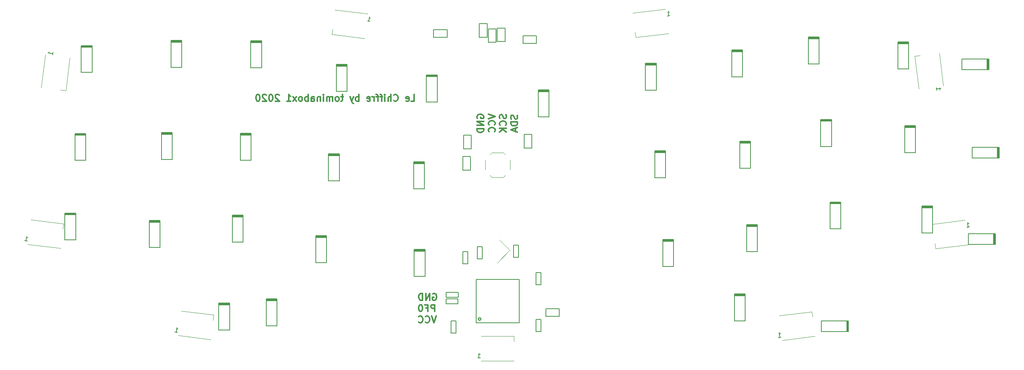
<source format=gbr>
G04 #@! TF.GenerationSoftware,KiCad,Pcbnew,(5.1.10-1-10_14)*
G04 #@! TF.CreationDate,2021-09-21T06:26:05-05:00*
G04 #@! TF.ProjectId,LeChiffre,4c654368-6966-4667-9265-2e6b69636164,rev?*
G04 #@! TF.SameCoordinates,Original*
G04 #@! TF.FileFunction,Legend,Bot*
G04 #@! TF.FilePolarity,Positive*
%FSLAX46Y46*%
G04 Gerber Fmt 4.6, Leading zero omitted, Abs format (unit mm)*
G04 Created by KiCad (PCBNEW (5.1.10-1-10_14)) date 2021-09-21 06:26:05*
%MOMM*%
%LPD*%
G01*
G04 APERTURE LIST*
%ADD10C,0.300000*%
%ADD11C,0.120000*%
%ADD12C,0.200000*%
%ADD13C,0.203200*%
%ADD14C,0.254000*%
%ADD15C,0.150000*%
G04 APERTURE END LIST*
D10*
X118791428Y-63268571D02*
X119505714Y-63268571D01*
X119505714Y-61768571D01*
X117720000Y-63197142D02*
X117862857Y-63268571D01*
X118148571Y-63268571D01*
X118291428Y-63197142D01*
X118362857Y-63054285D01*
X118362857Y-62482857D01*
X118291428Y-62340000D01*
X118148571Y-62268571D01*
X117862857Y-62268571D01*
X117720000Y-62340000D01*
X117648571Y-62482857D01*
X117648571Y-62625714D01*
X118362857Y-62768571D01*
X115005714Y-63125714D02*
X115077142Y-63197142D01*
X115291428Y-63268571D01*
X115434285Y-63268571D01*
X115648571Y-63197142D01*
X115791428Y-63054285D01*
X115862857Y-62911428D01*
X115934285Y-62625714D01*
X115934285Y-62411428D01*
X115862857Y-62125714D01*
X115791428Y-61982857D01*
X115648571Y-61840000D01*
X115434285Y-61768571D01*
X115291428Y-61768571D01*
X115077142Y-61840000D01*
X115005714Y-61911428D01*
X114362857Y-63268571D02*
X114362857Y-61768571D01*
X113720000Y-63268571D02*
X113720000Y-62482857D01*
X113791428Y-62340000D01*
X113934285Y-62268571D01*
X114148571Y-62268571D01*
X114291428Y-62340000D01*
X114362857Y-62411428D01*
X113005714Y-63268571D02*
X113005714Y-62268571D01*
X113005714Y-61768571D02*
X113077142Y-61840000D01*
X113005714Y-61911428D01*
X112934285Y-61840000D01*
X113005714Y-61768571D01*
X113005714Y-61911428D01*
X112505714Y-62268571D02*
X111934285Y-62268571D01*
X112291428Y-63268571D02*
X112291428Y-61982857D01*
X112220000Y-61840000D01*
X112077142Y-61768571D01*
X111934285Y-61768571D01*
X111648571Y-62268571D02*
X111077142Y-62268571D01*
X111434285Y-63268571D02*
X111434285Y-61982857D01*
X111362857Y-61840000D01*
X111220000Y-61768571D01*
X111077142Y-61768571D01*
X110577142Y-63268571D02*
X110577142Y-62268571D01*
X110577142Y-62554285D02*
X110505714Y-62411428D01*
X110434285Y-62340000D01*
X110291428Y-62268571D01*
X110148571Y-62268571D01*
X109077142Y-63197142D02*
X109220000Y-63268571D01*
X109505714Y-63268571D01*
X109648571Y-63197142D01*
X109720000Y-63054285D01*
X109720000Y-62482857D01*
X109648571Y-62340000D01*
X109505714Y-62268571D01*
X109220000Y-62268571D01*
X109077142Y-62340000D01*
X109005714Y-62482857D01*
X109005714Y-62625714D01*
X109720000Y-62768571D01*
X107220000Y-63268571D02*
X107220000Y-61768571D01*
X107220000Y-62340000D02*
X107077142Y-62268571D01*
X106791428Y-62268571D01*
X106648571Y-62340000D01*
X106577142Y-62411428D01*
X106505714Y-62554285D01*
X106505714Y-62982857D01*
X106577142Y-63125714D01*
X106648571Y-63197142D01*
X106791428Y-63268571D01*
X107077142Y-63268571D01*
X107220000Y-63197142D01*
X106005714Y-62268571D02*
X105648571Y-63268571D01*
X105291428Y-62268571D02*
X105648571Y-63268571D01*
X105791428Y-63625714D01*
X105862857Y-63697142D01*
X106005714Y-63768571D01*
X103791428Y-62268571D02*
X103220000Y-62268571D01*
X103577142Y-61768571D02*
X103577142Y-63054285D01*
X103505714Y-63197142D01*
X103362857Y-63268571D01*
X103220000Y-63268571D01*
X102505714Y-63268571D02*
X102648571Y-63197142D01*
X102720000Y-63125714D01*
X102791428Y-62982857D01*
X102791428Y-62554285D01*
X102720000Y-62411428D01*
X102648571Y-62340000D01*
X102505714Y-62268571D01*
X102291428Y-62268571D01*
X102148571Y-62340000D01*
X102077142Y-62411428D01*
X102005714Y-62554285D01*
X102005714Y-62982857D01*
X102077142Y-63125714D01*
X102148571Y-63197142D01*
X102291428Y-63268571D01*
X102505714Y-63268571D01*
X101362857Y-63268571D02*
X101362857Y-62268571D01*
X101362857Y-62411428D02*
X101291428Y-62340000D01*
X101148571Y-62268571D01*
X100934285Y-62268571D01*
X100791428Y-62340000D01*
X100720000Y-62482857D01*
X100720000Y-63268571D01*
X100720000Y-62482857D02*
X100648571Y-62340000D01*
X100505714Y-62268571D01*
X100291428Y-62268571D01*
X100148571Y-62340000D01*
X100077142Y-62482857D01*
X100077142Y-63268571D01*
X99362857Y-63268571D02*
X99362857Y-62268571D01*
X99362857Y-61768571D02*
X99434285Y-61840000D01*
X99362857Y-61911428D01*
X99291428Y-61840000D01*
X99362857Y-61768571D01*
X99362857Y-61911428D01*
X98648571Y-62268571D02*
X98648571Y-63268571D01*
X98648571Y-62411428D02*
X98577142Y-62340000D01*
X98434285Y-62268571D01*
X98220000Y-62268571D01*
X98077142Y-62340000D01*
X98005714Y-62482857D01*
X98005714Y-63268571D01*
X96648571Y-63268571D02*
X96648571Y-62482857D01*
X96720000Y-62340000D01*
X96862857Y-62268571D01*
X97148571Y-62268571D01*
X97291428Y-62340000D01*
X96648571Y-63197142D02*
X96791428Y-63268571D01*
X97148571Y-63268571D01*
X97291428Y-63197142D01*
X97362857Y-63054285D01*
X97362857Y-62911428D01*
X97291428Y-62768571D01*
X97148571Y-62697142D01*
X96791428Y-62697142D01*
X96648571Y-62625714D01*
X95934285Y-63268571D02*
X95934285Y-61768571D01*
X95934285Y-62340000D02*
X95791428Y-62268571D01*
X95505714Y-62268571D01*
X95362857Y-62340000D01*
X95291428Y-62411428D01*
X95220000Y-62554285D01*
X95220000Y-62982857D01*
X95291428Y-63125714D01*
X95362857Y-63197142D01*
X95505714Y-63268571D01*
X95791428Y-63268571D01*
X95934285Y-63197142D01*
X94362857Y-63268571D02*
X94505714Y-63197142D01*
X94577142Y-63125714D01*
X94648571Y-62982857D01*
X94648571Y-62554285D01*
X94577142Y-62411428D01*
X94505714Y-62340000D01*
X94362857Y-62268571D01*
X94148571Y-62268571D01*
X94005714Y-62340000D01*
X93934285Y-62411428D01*
X93862857Y-62554285D01*
X93862857Y-62982857D01*
X93934285Y-63125714D01*
X94005714Y-63197142D01*
X94148571Y-63268571D01*
X94362857Y-63268571D01*
X93362857Y-63268571D02*
X92577142Y-62268571D01*
X93362857Y-62268571D02*
X92577142Y-63268571D01*
X91220000Y-63268571D02*
X92077142Y-63268571D01*
X91648571Y-63268571D02*
X91648571Y-61768571D01*
X91791428Y-61982857D01*
X91934285Y-62125714D01*
X92077142Y-62197142D01*
X89505714Y-61911428D02*
X89434285Y-61840000D01*
X89291428Y-61768571D01*
X88934285Y-61768571D01*
X88791428Y-61840000D01*
X88720000Y-61911428D01*
X88648571Y-62054285D01*
X88648571Y-62197142D01*
X88720000Y-62411428D01*
X89577142Y-63268571D01*
X88648571Y-63268571D01*
X87720000Y-61768571D02*
X87577142Y-61768571D01*
X87434285Y-61840000D01*
X87362857Y-61911428D01*
X87291428Y-62054285D01*
X87220000Y-62340000D01*
X87220000Y-62697142D01*
X87291428Y-62982857D01*
X87362857Y-63125714D01*
X87434285Y-63197142D01*
X87577142Y-63268571D01*
X87720000Y-63268571D01*
X87862857Y-63197142D01*
X87934285Y-63125714D01*
X88005714Y-62982857D01*
X88077142Y-62697142D01*
X88077142Y-62340000D01*
X88005714Y-62054285D01*
X87934285Y-61911428D01*
X87862857Y-61840000D01*
X87720000Y-61768571D01*
X86648571Y-61911428D02*
X86577142Y-61840000D01*
X86434285Y-61768571D01*
X86077142Y-61768571D01*
X85934285Y-61840000D01*
X85862857Y-61911428D01*
X85791428Y-62054285D01*
X85791428Y-62197142D01*
X85862857Y-62411428D01*
X86720000Y-63268571D01*
X85791428Y-63268571D01*
X84862857Y-61768571D02*
X84720000Y-61768571D01*
X84577142Y-61840000D01*
X84505714Y-61911428D01*
X84434285Y-62054285D01*
X84362857Y-62340000D01*
X84362857Y-62697142D01*
X84434285Y-62982857D01*
X84505714Y-63125714D01*
X84577142Y-63197142D01*
X84720000Y-63268571D01*
X84862857Y-63268571D01*
X85005714Y-63197142D01*
X85077142Y-63125714D01*
X85148571Y-62982857D01*
X85220000Y-62697142D01*
X85220000Y-62340000D01*
X85148571Y-62054285D01*
X85077142Y-61911428D01*
X85005714Y-61840000D01*
X84862857Y-61768571D01*
X142417142Y-66378570D02*
X142488571Y-66592856D01*
X142488571Y-66949999D01*
X142417142Y-67092856D01*
X142345714Y-67164284D01*
X142202857Y-67235713D01*
X142060000Y-67235713D01*
X141917142Y-67164284D01*
X141845714Y-67092856D01*
X141774285Y-66949999D01*
X141702857Y-66664284D01*
X141631428Y-66521427D01*
X141560000Y-66449999D01*
X141417142Y-66378570D01*
X141274285Y-66378570D01*
X141131428Y-66449999D01*
X141060000Y-66521427D01*
X140988571Y-66664284D01*
X140988571Y-67021427D01*
X141060000Y-67235713D01*
X142488571Y-67878570D02*
X140988571Y-67878570D01*
X140988571Y-68235713D01*
X141060000Y-68449999D01*
X141202857Y-68592856D01*
X141345714Y-68664284D01*
X141631428Y-68735713D01*
X141845714Y-68735713D01*
X142131428Y-68664284D01*
X142274285Y-68592856D01*
X142417142Y-68449999D01*
X142488571Y-68235713D01*
X142488571Y-67878570D01*
X142060000Y-69307141D02*
X142060000Y-70021427D01*
X142488571Y-69164284D02*
X140988571Y-69664284D01*
X142488571Y-70164284D01*
X139937142Y-66271428D02*
X140008571Y-66485714D01*
X140008571Y-66842857D01*
X139937142Y-66985714D01*
X139865714Y-67057142D01*
X139722857Y-67128571D01*
X139580000Y-67128571D01*
X139437142Y-67057142D01*
X139365714Y-66985714D01*
X139294285Y-66842857D01*
X139222857Y-66557142D01*
X139151428Y-66414285D01*
X139080000Y-66342857D01*
X138937142Y-66271428D01*
X138794285Y-66271428D01*
X138651428Y-66342857D01*
X138580000Y-66414285D01*
X138508571Y-66557142D01*
X138508571Y-66914285D01*
X138580000Y-67128571D01*
X139865714Y-68628571D02*
X139937142Y-68557142D01*
X140008571Y-68342857D01*
X140008571Y-68200000D01*
X139937142Y-67985714D01*
X139794285Y-67842857D01*
X139651428Y-67771428D01*
X139365714Y-67700000D01*
X139151428Y-67700000D01*
X138865714Y-67771428D01*
X138722857Y-67842857D01*
X138580000Y-67985714D01*
X138508571Y-68200000D01*
X138508571Y-68342857D01*
X138580000Y-68557142D01*
X138651428Y-68628571D01*
X140008571Y-69271428D02*
X138508571Y-69271428D01*
X140008571Y-70128571D02*
X139151428Y-69485714D01*
X138508571Y-70128571D02*
X139365714Y-69271428D01*
X136018571Y-66199999D02*
X137518571Y-66699999D01*
X136018571Y-67199999D01*
X137375714Y-68557141D02*
X137447142Y-68485713D01*
X137518571Y-68271427D01*
X137518571Y-68128570D01*
X137447142Y-67914284D01*
X137304285Y-67771427D01*
X137161428Y-67699999D01*
X136875714Y-67628570D01*
X136661428Y-67628570D01*
X136375714Y-67699999D01*
X136232857Y-67771427D01*
X136090000Y-67914284D01*
X136018571Y-68128570D01*
X136018571Y-68271427D01*
X136090000Y-68485713D01*
X136161428Y-68557141D01*
X137375714Y-70057141D02*
X137447142Y-69985713D01*
X137518571Y-69771427D01*
X137518571Y-69628570D01*
X137447142Y-69414284D01*
X137304285Y-69271427D01*
X137161428Y-69199999D01*
X136875714Y-69128570D01*
X136661428Y-69128570D01*
X136375714Y-69199999D01*
X136232857Y-69271427D01*
X136090000Y-69414284D01*
X136018571Y-69628570D01*
X136018571Y-69771427D01*
X136090000Y-69985713D01*
X136161428Y-70057141D01*
X133540000Y-67057142D02*
X133468571Y-66914285D01*
X133468571Y-66700000D01*
X133540000Y-66485714D01*
X133682857Y-66342857D01*
X133825714Y-66271428D01*
X134111428Y-66200000D01*
X134325714Y-66200000D01*
X134611428Y-66271428D01*
X134754285Y-66342857D01*
X134897142Y-66485714D01*
X134968571Y-66700000D01*
X134968571Y-66842857D01*
X134897142Y-67057142D01*
X134825714Y-67128571D01*
X134325714Y-67128571D01*
X134325714Y-66842857D01*
X134968571Y-67771428D02*
X133468571Y-67771428D01*
X134968571Y-68628571D01*
X133468571Y-68628571D01*
X134968571Y-69342857D02*
X133468571Y-69342857D01*
X133468571Y-69700000D01*
X133540000Y-69914285D01*
X133682857Y-70057142D01*
X133825714Y-70128571D01*
X134111428Y-70200000D01*
X134325714Y-70200000D01*
X134611428Y-70128571D01*
X134754285Y-70057142D01*
X134897142Y-69914285D01*
X134968571Y-69700000D01*
X134968571Y-69342857D01*
X124094286Y-110043571D02*
X124094286Y-108543571D01*
X123522857Y-108543571D01*
X123380000Y-108615000D01*
X123308571Y-108686428D01*
X123237143Y-108829285D01*
X123237143Y-109043571D01*
X123308571Y-109186428D01*
X123380000Y-109257857D01*
X123522857Y-109329285D01*
X124094286Y-109329285D01*
X122094286Y-109257857D02*
X122594286Y-109257857D01*
X122594286Y-110043571D02*
X122594286Y-108543571D01*
X121880000Y-108543571D01*
X121022857Y-108543571D02*
X120880000Y-108543571D01*
X120737143Y-108615000D01*
X120665714Y-108686428D01*
X120594286Y-108829285D01*
X120522857Y-109115000D01*
X120522857Y-109472142D01*
X120594286Y-109757857D01*
X120665714Y-109900714D01*
X120737143Y-109972142D01*
X120880000Y-110043571D01*
X121022857Y-110043571D01*
X121165714Y-109972142D01*
X121237143Y-109900714D01*
X121308571Y-109757857D01*
X121380000Y-109472142D01*
X121380000Y-109115000D01*
X121308571Y-108829285D01*
X121237143Y-108686428D01*
X121165714Y-108615000D01*
X121022857Y-108543571D01*
X123665714Y-106100000D02*
X123808571Y-106028571D01*
X124022857Y-106028571D01*
X124237142Y-106100000D01*
X124379999Y-106242857D01*
X124451428Y-106385714D01*
X124522857Y-106671428D01*
X124522857Y-106885714D01*
X124451428Y-107171428D01*
X124379999Y-107314285D01*
X124237142Y-107457142D01*
X124022857Y-107528571D01*
X123879999Y-107528571D01*
X123665714Y-107457142D01*
X123594285Y-107385714D01*
X123594285Y-106885714D01*
X123879999Y-106885714D01*
X122951428Y-107528571D02*
X122951428Y-106028571D01*
X122094285Y-107528571D01*
X122094285Y-106028571D01*
X121379999Y-107528571D02*
X121379999Y-106028571D01*
X121022857Y-106028571D01*
X120808571Y-106100000D01*
X120665714Y-106242857D01*
X120594285Y-106385714D01*
X120522857Y-106671428D01*
X120522857Y-106885714D01*
X120594285Y-107171428D01*
X120665714Y-107314285D01*
X120808571Y-107457142D01*
X121022857Y-107528571D01*
X121379999Y-107528571D01*
X124380000Y-111058571D02*
X123880000Y-112558571D01*
X123380000Y-111058571D01*
X122022857Y-112415714D02*
X122094285Y-112487142D01*
X122308571Y-112558571D01*
X122451428Y-112558571D01*
X122665714Y-112487142D01*
X122808571Y-112344285D01*
X122880000Y-112201428D01*
X122951428Y-111915714D01*
X122951428Y-111701428D01*
X122880000Y-111415714D01*
X122808571Y-111272857D01*
X122665714Y-111130000D01*
X122451428Y-111058571D01*
X122308571Y-111058571D01*
X122094285Y-111130000D01*
X122022857Y-111201428D01*
X120522857Y-112415714D02*
X120594285Y-112487142D01*
X120808571Y-112558571D01*
X120951428Y-112558571D01*
X121165714Y-112487142D01*
X121308571Y-112344285D01*
X121380000Y-112201428D01*
X121451428Y-111915714D01*
X121451428Y-111701428D01*
X121380000Y-111415714D01*
X121308571Y-111272857D01*
X121165714Y-111130000D01*
X120951428Y-111058571D01*
X120808571Y-111058571D01*
X120594285Y-111130000D01*
X120522857Y-111201428D01*
D11*
X141715000Y-115540000D02*
X141715000Y-116690000D01*
X134415000Y-115540000D02*
X141715000Y-115540000D01*
X134415000Y-121040000D02*
X141715000Y-121040000D01*
X207927653Y-110075675D02*
X208067803Y-111217103D01*
X200682066Y-110965321D02*
X207927653Y-110075675D01*
X201352347Y-116424325D02*
X208597934Y-115534679D01*
X235372347Y-96064325D02*
X235232197Y-94922897D01*
X242617934Y-95174679D02*
X235372347Y-96064325D01*
X241947653Y-89715675D02*
X234702066Y-90605321D01*
X230785675Y-53252347D02*
X231927103Y-53112197D01*
X231675321Y-60497934D02*
X230785675Y-53252347D01*
X237134325Y-59827653D02*
X236244679Y-52582066D01*
X168792347Y-49104325D02*
X168652197Y-47962897D01*
X176037934Y-48214679D02*
X168792347Y-49104325D01*
X175367653Y-42755675D02*
X168122066Y-43645321D01*
X101222066Y-48414679D02*
X101362216Y-47273251D01*
X108467653Y-49304325D02*
X101222066Y-48414679D01*
X109137934Y-43845321D02*
X101892347Y-42955675D01*
X42084679Y-60887934D02*
X40943251Y-60747784D01*
X42974325Y-53642347D02*
X42084679Y-60887934D01*
X37515321Y-52972066D02*
X36625675Y-60217653D01*
X41577934Y-90525321D02*
X41437784Y-91666749D01*
X34332347Y-89635675D02*
X41577934Y-90525321D01*
X33662066Y-95094679D02*
X40907653Y-95984325D01*
X74977934Y-110805321D02*
X74837784Y-111946749D01*
X67732347Y-109915675D02*
X74977934Y-110805321D01*
X67062066Y-115374679D02*
X74307653Y-116264325D01*
D12*
X145690000Y-73660000D02*
X145690000Y-70660000D01*
X145690000Y-70660000D02*
X143990000Y-70660000D01*
X145690000Y-73660000D02*
X143990000Y-73660000D01*
X143990000Y-73660000D02*
X143990000Y-70660000D01*
X130510000Y-70840000D02*
X130510000Y-73840000D01*
X130510000Y-73840000D02*
X132210000Y-73840000D01*
X130510000Y-70840000D02*
X132210000Y-70840000D01*
X132210000Y-70840000D02*
X132210000Y-73840000D01*
X149490000Y-60885000D02*
X147090000Y-60885000D01*
X147090000Y-61160000D02*
X149490000Y-61160000D01*
X147090000Y-61035000D02*
X149490000Y-61035000D01*
X147090000Y-60760000D02*
X147090000Y-66760000D01*
X147090000Y-66760000D02*
X149490000Y-66760000D01*
X149490000Y-66760000D02*
X149490000Y-60760000D01*
X149490000Y-60760000D02*
X147090000Y-60760000D01*
X248585000Y-95120000D02*
X248585000Y-92720000D01*
X248310000Y-92720000D02*
X248310000Y-95120000D01*
X248435000Y-92720000D02*
X248435000Y-95120000D01*
X248710000Y-92720000D02*
X242710000Y-92720000D01*
X242710000Y-92720000D02*
X242710000Y-95120000D01*
X242710000Y-95120000D02*
X248710000Y-95120000D01*
X248710000Y-95120000D02*
X248710000Y-92720000D01*
X249435000Y-75890000D02*
X249435000Y-73490000D01*
X249160000Y-73490000D02*
X249160000Y-75890000D01*
X249285000Y-73490000D02*
X249285000Y-75890000D01*
X249560000Y-73490000D02*
X243560000Y-73490000D01*
X243560000Y-73490000D02*
X243560000Y-75890000D01*
X243560000Y-75890000D02*
X249560000Y-75890000D01*
X249560000Y-75890000D02*
X249560000Y-73490000D01*
X247125000Y-56290000D02*
X247125000Y-53890000D01*
X246850000Y-53890000D02*
X246850000Y-56290000D01*
X246975000Y-53890000D02*
X246975000Y-56290000D01*
X247250000Y-53890000D02*
X241250000Y-53890000D01*
X241250000Y-53890000D02*
X241250000Y-56290000D01*
X241250000Y-56290000D02*
X247250000Y-56290000D01*
X247250000Y-56290000D02*
X247250000Y-53890000D01*
X234760000Y-86685000D02*
X232360000Y-86685000D01*
X232360000Y-86960000D02*
X234760000Y-86960000D01*
X232360000Y-86835000D02*
X234760000Y-86835000D01*
X232360000Y-86560000D02*
X232360000Y-92560000D01*
X232360000Y-92560000D02*
X234760000Y-92560000D01*
X234760000Y-92560000D02*
X234760000Y-86560000D01*
X234760000Y-86560000D02*
X232360000Y-86560000D01*
X230960000Y-68825000D02*
X228560000Y-68825000D01*
X228560000Y-69100000D02*
X230960000Y-69100000D01*
X228560000Y-68975000D02*
X230960000Y-68975000D01*
X228560000Y-68700000D02*
X228560000Y-74700000D01*
X228560000Y-74700000D02*
X230960000Y-74700000D01*
X230960000Y-74700000D02*
X230960000Y-68700000D01*
X230960000Y-68700000D02*
X228560000Y-68700000D01*
X229410000Y-50245000D02*
X227010000Y-50245000D01*
X227010000Y-50520000D02*
X229410000Y-50520000D01*
X227010000Y-50395000D02*
X229410000Y-50395000D01*
X227010000Y-50120000D02*
X227010000Y-56120000D01*
X227010000Y-56120000D02*
X229410000Y-56120000D01*
X229410000Y-56120000D02*
X229410000Y-50120000D01*
X229410000Y-50120000D02*
X227010000Y-50120000D01*
X214360000Y-85815000D02*
X211960000Y-85815000D01*
X211960000Y-86090000D02*
X214360000Y-86090000D01*
X211960000Y-85965000D02*
X214360000Y-85965000D01*
X211960000Y-85690000D02*
X211960000Y-91690000D01*
X211960000Y-91690000D02*
X214360000Y-91690000D01*
X214360000Y-91690000D02*
X214360000Y-85690000D01*
X214360000Y-85690000D02*
X211960000Y-85690000D01*
X212260000Y-67445000D02*
X209860000Y-67445000D01*
X209860000Y-67720000D02*
X212260000Y-67720000D01*
X209860000Y-67595000D02*
X212260000Y-67595000D01*
X209860000Y-67320000D02*
X209860000Y-73320000D01*
X209860000Y-73320000D02*
X212260000Y-73320000D01*
X212260000Y-73320000D02*
X212260000Y-67320000D01*
X212260000Y-67320000D02*
X209860000Y-67320000D01*
X209520000Y-49105000D02*
X207120000Y-49105000D01*
X207120000Y-49380000D02*
X209520000Y-49380000D01*
X207120000Y-49255000D02*
X209520000Y-49255000D01*
X207120000Y-48980000D02*
X207120000Y-54980000D01*
X207120000Y-54980000D02*
X209520000Y-54980000D01*
X209520000Y-54980000D02*
X209520000Y-48980000D01*
X209520000Y-48980000D02*
X207120000Y-48980000D01*
X215925000Y-114500000D02*
X215925000Y-112100000D01*
X215650000Y-112100000D02*
X215650000Y-114500000D01*
X215775000Y-112100000D02*
X215775000Y-114500000D01*
X216050000Y-112100000D02*
X210050000Y-112100000D01*
X210050000Y-112100000D02*
X210050000Y-114500000D01*
X210050000Y-114500000D02*
X216050000Y-114500000D01*
X216050000Y-114500000D02*
X216050000Y-112100000D01*
X195820000Y-90855000D02*
X193420000Y-90855000D01*
X193420000Y-91130000D02*
X195820000Y-91130000D01*
X193420000Y-91005000D02*
X195820000Y-91005000D01*
X193420000Y-90730000D02*
X193420000Y-96730000D01*
X193420000Y-96730000D02*
X195820000Y-96730000D01*
X195820000Y-96730000D02*
X195820000Y-90730000D01*
X195820000Y-90730000D02*
X193420000Y-90730000D01*
X194260000Y-72335000D02*
X191860000Y-72335000D01*
X191860000Y-72610000D02*
X194260000Y-72610000D01*
X191860000Y-72485000D02*
X194260000Y-72485000D01*
X191860000Y-72210000D02*
X191860000Y-78210000D01*
X191860000Y-78210000D02*
X194260000Y-78210000D01*
X194260000Y-78210000D02*
X194260000Y-72210000D01*
X194260000Y-72210000D02*
X191860000Y-72210000D01*
X192520000Y-51995000D02*
X190120000Y-51995000D01*
X190120000Y-52270000D02*
X192520000Y-52270000D01*
X190120000Y-52145000D02*
X192520000Y-52145000D01*
X190120000Y-51870000D02*
X190120000Y-57870000D01*
X190120000Y-57870000D02*
X192520000Y-57870000D01*
X192520000Y-57870000D02*
X192520000Y-51870000D01*
X192520000Y-51870000D02*
X190120000Y-51870000D01*
X193100000Y-106275000D02*
X190700000Y-106275000D01*
X190700000Y-106550000D02*
X193100000Y-106550000D01*
X190700000Y-106425000D02*
X193100000Y-106425000D01*
X190700000Y-106150000D02*
X190700000Y-112150000D01*
X190700000Y-112150000D02*
X193100000Y-112150000D01*
X193100000Y-112150000D02*
X193100000Y-106150000D01*
X193100000Y-106150000D02*
X190700000Y-106150000D01*
X177180000Y-94145000D02*
X174780000Y-94145000D01*
X174780000Y-94420000D02*
X177180000Y-94420000D01*
X174780000Y-94295000D02*
X177180000Y-94295000D01*
X174780000Y-94020000D02*
X174780000Y-100020000D01*
X174780000Y-100020000D02*
X177180000Y-100020000D01*
X177180000Y-100020000D02*
X177180000Y-94020000D01*
X177180000Y-94020000D02*
X174780000Y-94020000D01*
X175420000Y-74405000D02*
X173020000Y-74405000D01*
X173020000Y-74680000D02*
X175420000Y-74680000D01*
X173020000Y-74555000D02*
X175420000Y-74555000D01*
X173020000Y-74280000D02*
X173020000Y-80280000D01*
X173020000Y-80280000D02*
X175420000Y-80280000D01*
X175420000Y-80280000D02*
X175420000Y-74280000D01*
X175420000Y-74280000D02*
X173020000Y-74280000D01*
X173320000Y-54975000D02*
X170920000Y-54975000D01*
X170920000Y-55250000D02*
X173320000Y-55250000D01*
X170920000Y-55125000D02*
X173320000Y-55125000D01*
X170920000Y-54850000D02*
X170920000Y-60850000D01*
X170920000Y-60850000D02*
X173320000Y-60850000D01*
X173320000Y-60850000D02*
X173320000Y-54850000D01*
X173320000Y-54850000D02*
X170920000Y-54850000D01*
X89020000Y-107365000D02*
X86620000Y-107365000D01*
X86620000Y-107640000D02*
X89020000Y-107640000D01*
X86620000Y-107515000D02*
X89020000Y-107515000D01*
X86620000Y-107240000D02*
X86620000Y-113240000D01*
X86620000Y-113240000D02*
X89020000Y-113240000D01*
X89020000Y-113240000D02*
X89020000Y-107240000D01*
X89020000Y-107240000D02*
X86620000Y-107240000D01*
X121930000Y-96375000D02*
X119530000Y-96375000D01*
X119530000Y-96650000D02*
X121930000Y-96650000D01*
X119530000Y-96525000D02*
X121930000Y-96525000D01*
X119530000Y-96250000D02*
X119530000Y-102250000D01*
X119530000Y-102250000D02*
X121930000Y-102250000D01*
X121930000Y-102250000D02*
X121930000Y-96250000D01*
X121930000Y-96250000D02*
X119530000Y-96250000D01*
X121780000Y-76905000D02*
X119380000Y-76905000D01*
X119380000Y-77180000D02*
X121780000Y-77180000D01*
X119380000Y-77055000D02*
X121780000Y-77055000D01*
X119380000Y-76780000D02*
X119380000Y-82780000D01*
X119380000Y-82780000D02*
X121780000Y-82780000D01*
X121780000Y-82780000D02*
X121780000Y-76780000D01*
X121780000Y-76780000D02*
X119380000Y-76780000D01*
X124630000Y-57545000D02*
X122230000Y-57545000D01*
X122230000Y-57820000D02*
X124630000Y-57820000D01*
X122230000Y-57695000D02*
X124630000Y-57695000D01*
X122230000Y-57420000D02*
X122230000Y-63420000D01*
X122230000Y-63420000D02*
X124630000Y-63420000D01*
X124630000Y-63420000D02*
X124630000Y-57420000D01*
X124630000Y-57420000D02*
X122230000Y-57420000D01*
X78490000Y-108315000D02*
X76090000Y-108315000D01*
X76090000Y-108590000D02*
X78490000Y-108590000D01*
X76090000Y-108465000D02*
X78490000Y-108465000D01*
X76090000Y-108190000D02*
X76090000Y-114190000D01*
X76090000Y-114190000D02*
X78490000Y-114190000D01*
X78490000Y-114190000D02*
X78490000Y-108190000D01*
X78490000Y-108190000D02*
X76090000Y-108190000D01*
X100030000Y-93335000D02*
X97630000Y-93335000D01*
X97630000Y-93610000D02*
X100030000Y-93610000D01*
X97630000Y-93485000D02*
X100030000Y-93485000D01*
X97630000Y-93210000D02*
X97630000Y-99210000D01*
X97630000Y-99210000D02*
X100030000Y-99210000D01*
X100030000Y-99210000D02*
X100030000Y-93210000D01*
X100030000Y-93210000D02*
X97630000Y-93210000D01*
X102890000Y-75095000D02*
X100490000Y-75095000D01*
X100490000Y-75370000D02*
X102890000Y-75370000D01*
X100490000Y-75245000D02*
X102890000Y-75245000D01*
X100490000Y-74970000D02*
X100490000Y-80970000D01*
X100490000Y-80970000D02*
X102890000Y-80970000D01*
X102890000Y-80970000D02*
X102890000Y-74970000D01*
X102890000Y-74970000D02*
X100490000Y-74970000D01*
X104640000Y-55185000D02*
X102240000Y-55185000D01*
X102240000Y-55460000D02*
X104640000Y-55460000D01*
X102240000Y-55335000D02*
X104640000Y-55335000D01*
X102240000Y-55060000D02*
X102240000Y-61060000D01*
X102240000Y-61060000D02*
X104640000Y-61060000D01*
X104640000Y-61060000D02*
X104640000Y-55060000D01*
X104640000Y-55060000D02*
X102240000Y-55060000D01*
X81510000Y-88715000D02*
X79110000Y-88715000D01*
X79110000Y-88990000D02*
X81510000Y-88990000D01*
X79110000Y-88865000D02*
X81510000Y-88865000D01*
X79110000Y-88590000D02*
X79110000Y-94590000D01*
X79110000Y-94590000D02*
X81510000Y-94590000D01*
X81510000Y-94590000D02*
X81510000Y-88590000D01*
X81510000Y-88590000D02*
X79110000Y-88590000D01*
X83280000Y-70545000D02*
X80880000Y-70545000D01*
X80880000Y-70820000D02*
X83280000Y-70820000D01*
X80880000Y-70695000D02*
X83280000Y-70695000D01*
X80880000Y-70420000D02*
X80880000Y-76420000D01*
X80880000Y-76420000D02*
X83280000Y-76420000D01*
X83280000Y-76420000D02*
X83280000Y-70420000D01*
X83280000Y-70420000D02*
X80880000Y-70420000D01*
X85620000Y-49955000D02*
X83220000Y-49955000D01*
X83220000Y-50230000D02*
X85620000Y-50230000D01*
X83220000Y-50105000D02*
X85620000Y-50105000D01*
X83220000Y-49830000D02*
X83220000Y-55830000D01*
X83220000Y-55830000D02*
X85620000Y-55830000D01*
X85620000Y-55830000D02*
X85620000Y-49830000D01*
X85620000Y-49830000D02*
X83220000Y-49830000D01*
X63060000Y-89905000D02*
X60660000Y-89905000D01*
X60660000Y-90180000D02*
X63060000Y-90180000D01*
X60660000Y-90055000D02*
X63060000Y-90055000D01*
X60660000Y-89780000D02*
X60660000Y-95780000D01*
X60660000Y-95780000D02*
X63060000Y-95780000D01*
X63060000Y-95780000D02*
X63060000Y-89780000D01*
X63060000Y-89780000D02*
X60660000Y-89780000D01*
X65750000Y-70375000D02*
X63350000Y-70375000D01*
X63350000Y-70650000D02*
X65750000Y-70650000D01*
X63350000Y-70525000D02*
X65750000Y-70525000D01*
X63350000Y-70250000D02*
X63350000Y-76250000D01*
X63350000Y-76250000D02*
X65750000Y-76250000D01*
X65750000Y-76250000D02*
X65750000Y-70250000D01*
X65750000Y-70250000D02*
X63350000Y-70250000D01*
X67890000Y-49865000D02*
X65490000Y-49865000D01*
X65490000Y-50140000D02*
X67890000Y-50140000D01*
X65490000Y-50015000D02*
X67890000Y-50015000D01*
X65490000Y-49740000D02*
X65490000Y-55740000D01*
X65490000Y-55740000D02*
X67890000Y-55740000D01*
X67890000Y-55740000D02*
X67890000Y-49740000D01*
X67890000Y-49740000D02*
X65490000Y-49740000D01*
X44290000Y-88265000D02*
X41890000Y-88265000D01*
X41890000Y-88540000D02*
X44290000Y-88540000D01*
X41890000Y-88415000D02*
X44290000Y-88415000D01*
X41890000Y-88140000D02*
X41890000Y-94140000D01*
X41890000Y-94140000D02*
X44290000Y-94140000D01*
X44290000Y-94140000D02*
X44290000Y-88140000D01*
X44290000Y-88140000D02*
X41890000Y-88140000D01*
X46530000Y-70575000D02*
X44130000Y-70575000D01*
X44130000Y-70850000D02*
X46530000Y-70850000D01*
X44130000Y-70725000D02*
X46530000Y-70725000D01*
X44130000Y-70450000D02*
X44130000Y-76450000D01*
X44130000Y-76450000D02*
X46530000Y-76450000D01*
X46530000Y-76450000D02*
X46530000Y-70450000D01*
X46530000Y-70450000D02*
X44130000Y-70450000D01*
X47930000Y-51015000D02*
X45530000Y-51015000D01*
X45530000Y-51290000D02*
X47930000Y-51290000D01*
X45530000Y-51165000D02*
X47930000Y-51165000D01*
X45530000Y-50890000D02*
X45530000Y-56890000D01*
X45530000Y-56890000D02*
X47930000Y-56890000D01*
X47930000Y-56890000D02*
X47930000Y-50890000D01*
X47930000Y-50890000D02*
X45530000Y-50890000D01*
D11*
X138452487Y-94069060D02*
X140785940Y-96402513D01*
X140785940Y-96402513D02*
X137957513Y-99230940D01*
D13*
X133265000Y-112520000D02*
X142865000Y-112520000D01*
X142865000Y-112520000D02*
X142865000Y-102920000D01*
X142865000Y-102920000D02*
X133265000Y-102920000D01*
X133265000Y-102920000D02*
X133265000Y-112520000D01*
D14*
X134347700Y-111720000D02*
G75*
G03*
X134347700Y-111720000I-282700J0D01*
G01*
D11*
X136815000Y-80200000D02*
X139315000Y-80200000D01*
X135315000Y-78450000D02*
X135315000Y-76450000D01*
X136815000Y-74700000D02*
X139315000Y-74700000D01*
X140815000Y-78450000D02*
X140815000Y-76450000D01*
X136365000Y-79750000D02*
X136815000Y-80200000D01*
X139765000Y-79750000D02*
X139315000Y-80200000D01*
X139765000Y-75150000D02*
X139315000Y-74700000D01*
X136365000Y-75150000D02*
X136815000Y-74700000D01*
D12*
X134020000Y-49020000D02*
X134020000Y-46020000D01*
X135720000Y-49020000D02*
X134020000Y-49020000D01*
X135720000Y-46020000D02*
X134020000Y-46020000D01*
X135720000Y-49020000D02*
X135720000Y-46020000D01*
X131460000Y-96720000D02*
X130360000Y-96720000D01*
X131460000Y-99420000D02*
X131460000Y-96720000D01*
X130360000Y-99420000D02*
X131460000Y-99420000D01*
X130360000Y-96720000D02*
X130360000Y-99420000D01*
X128800000Y-112150000D02*
X127700000Y-112150000D01*
X128800000Y-114850000D02*
X128800000Y-112150000D01*
X127700000Y-114850000D02*
X128800000Y-114850000D01*
X127700000Y-112150000D02*
X127700000Y-114850000D01*
X134650000Y-95600000D02*
X133550000Y-95600000D01*
X134650000Y-98300000D02*
X134650000Y-95600000D01*
X133550000Y-98300000D02*
X134650000Y-98300000D01*
X133550000Y-95600000D02*
X133550000Y-98300000D01*
X129310000Y-106930000D02*
X129310000Y-105830000D01*
X126610000Y-106930000D02*
X129310000Y-106930000D01*
X126610000Y-105830000D02*
X126610000Y-106930000D01*
X129310000Y-105830000D02*
X126610000Y-105830000D01*
X129280000Y-108330000D02*
X129280000Y-107230000D01*
X126580000Y-108330000D02*
X129280000Y-108330000D01*
X126580000Y-107230000D02*
X126580000Y-108330000D01*
X129280000Y-107230000D02*
X126580000Y-107230000D01*
X142670000Y-95330000D02*
X141570000Y-95330000D01*
X142670000Y-98030000D02*
X142670000Y-95330000D01*
X141570000Y-98030000D02*
X142670000Y-98030000D01*
X141570000Y-95330000D02*
X141570000Y-98030000D01*
X146630000Y-114470000D02*
X147730000Y-114470000D01*
X146630000Y-111770000D02*
X146630000Y-114470000D01*
X147730000Y-111770000D02*
X146630000Y-111770000D01*
X147730000Y-114470000D02*
X147730000Y-111770000D01*
X146640000Y-104100000D02*
X147740000Y-104100000D01*
X146640000Y-101400000D02*
X146640000Y-104100000D01*
X147740000Y-101400000D02*
X146640000Y-101400000D01*
X147740000Y-104100000D02*
X147740000Y-101400000D01*
X151800000Y-109400000D02*
X148800000Y-109400000D01*
X148800000Y-109400000D02*
X148800000Y-111100000D01*
X151800000Y-109400000D02*
X151800000Y-111100000D01*
X151800000Y-111100000D02*
X148800000Y-111100000D01*
X130360000Y-75590000D02*
X130360000Y-78590000D01*
X130360000Y-78590000D02*
X132060000Y-78590000D01*
X130360000Y-75590000D02*
X132060000Y-75590000D01*
X132060000Y-75590000D02*
X132060000Y-78590000D01*
X136050000Y-47160000D02*
X136050000Y-50160000D01*
X136050000Y-50160000D02*
X137750000Y-50160000D01*
X136050000Y-47160000D02*
X137750000Y-47160000D01*
X137750000Y-47160000D02*
X137750000Y-50160000D01*
X139700000Y-50020000D02*
X139700000Y-47020000D01*
X139700000Y-47020000D02*
X138000000Y-47020000D01*
X139700000Y-50020000D02*
X138000000Y-50020000D01*
X138000000Y-50020000D02*
X138000000Y-47020000D01*
X146720000Y-48720000D02*
X143720000Y-48720000D01*
X143720000Y-48720000D02*
X143720000Y-50420000D01*
X146720000Y-48720000D02*
X146720000Y-50420000D01*
X146720000Y-50420000D02*
X143720000Y-50420000D01*
X123850000Y-49090000D02*
X126850000Y-49090000D01*
X126850000Y-49090000D02*
X126850000Y-47390000D01*
X123850000Y-49090000D02*
X123850000Y-47390000D01*
X123850000Y-47390000D02*
X126850000Y-47390000D01*
D15*
X133629285Y-120342380D02*
X134200714Y-120342380D01*
X133915000Y-120342380D02*
X133915000Y-119342380D01*
X134010238Y-119485238D01*
X134105476Y-119580476D01*
X134200714Y-119628095D01*
X200487470Y-115827660D02*
X201054639Y-115758021D01*
X200771055Y-115792840D02*
X200649186Y-114800294D01*
X200761124Y-114930480D01*
X200867258Y-115013402D01*
X200967590Y-115049059D01*
X242355622Y-91279996D02*
X242922791Y-91210357D01*
X242639207Y-91245176D02*
X242517338Y-90252630D01*
X242629276Y-90382816D01*
X242735410Y-90465738D01*
X242835742Y-90501395D01*
X235570003Y-60235622D02*
X235639642Y-60802791D01*
X235604823Y-60519207D02*
X236597369Y-60397338D01*
X236467183Y-60509276D01*
X236384261Y-60615410D01*
X236348604Y-60715742D01*
X175775622Y-44319996D02*
X176342791Y-44250357D01*
X176059207Y-44285176D02*
X175937338Y-43292630D01*
X176049276Y-43422816D01*
X176155410Y-43505738D01*
X176255742Y-43541395D01*
X109155341Y-45461873D02*
X109722510Y-45531512D01*
X109438925Y-45496692D02*
X109560794Y-44504146D01*
X109637913Y-44657545D01*
X109720834Y-44763680D01*
X109809559Y-44822551D01*
X39131873Y-52954658D02*
X39201512Y-52387489D01*
X39166692Y-52671074D02*
X38174146Y-52549205D01*
X38327545Y-52472086D01*
X38433680Y-52389165D01*
X38492551Y-52300440D01*
X32967227Y-94306505D02*
X33534396Y-94376144D01*
X33250811Y-94341324D02*
X33372680Y-93348778D01*
X33449799Y-93502177D01*
X33532720Y-93608312D01*
X33621445Y-93667183D01*
X66367227Y-114586505D02*
X66934396Y-114656144D01*
X66650811Y-114621324D02*
X66772680Y-113628778D01*
X66849799Y-113782177D01*
X66932720Y-113888312D01*
X67021445Y-113947183D01*
M02*

</source>
